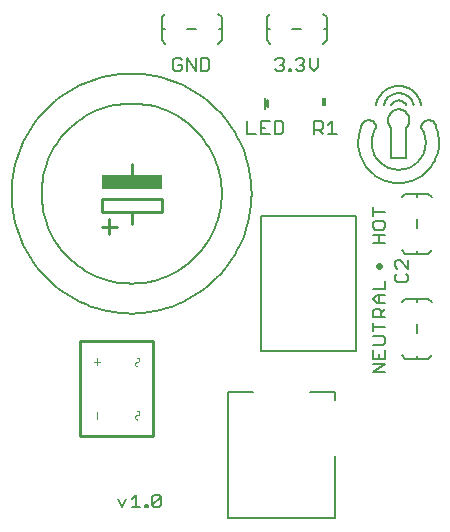
<source format=gto>
G75*
G70*
%OFA0B0*%
%FSLAX24Y24*%
%IPPOS*%
%LPD*%
%AMOC8*
5,1,8,0,0,1.08239X$1,22.5*
%
%ADD10C,0.0080*%
%ADD11C,0.0100*%
%ADD12C,0.0040*%
%ADD13C,0.0060*%
%ADD14R,0.2000X0.0500*%
%ADD15R,0.0180X0.0300*%
%ADD16C,0.0050*%
%ADD17C,0.0220*%
D10*
X003810Y002040D02*
X003670Y002320D01*
X003950Y002320D02*
X003810Y002040D01*
X004130Y002040D02*
X004411Y002040D01*
X004271Y002040D02*
X004271Y002460D01*
X004130Y002320D01*
X004591Y002110D02*
X004591Y002040D01*
X004661Y002040D01*
X004661Y002110D01*
X004591Y002110D01*
X004821Y002110D02*
X004821Y002390D01*
X004891Y002460D01*
X005031Y002460D01*
X005101Y002390D01*
X004821Y002110D01*
X004891Y002040D01*
X005031Y002040D01*
X005101Y002110D01*
X005101Y002390D01*
X007358Y001681D02*
X010902Y001681D01*
X010902Y003768D01*
X010902Y005618D02*
X010902Y005894D01*
X010075Y005894D01*
X011599Y007256D02*
X008449Y007256D01*
X008449Y011744D01*
X011599Y011744D01*
X011599Y007256D01*
X012170Y007281D02*
X012170Y007000D01*
X012590Y007000D01*
X012590Y007281D01*
X012520Y007461D02*
X012590Y007531D01*
X012590Y007671D01*
X012520Y007741D01*
X012170Y007741D01*
X012170Y007921D02*
X012170Y008201D01*
X012170Y008061D02*
X012590Y008061D01*
X012590Y008382D02*
X012170Y008382D01*
X012170Y008592D01*
X012240Y008662D01*
X012380Y008662D01*
X012450Y008592D01*
X012450Y008382D01*
X012450Y008522D02*
X012590Y008662D01*
X012590Y008842D02*
X012310Y008842D01*
X012170Y008982D01*
X012310Y009122D01*
X012590Y009122D01*
X012590Y009302D02*
X012590Y009583D01*
X012590Y009302D02*
X012170Y009302D01*
X012380Y009122D02*
X012380Y008842D01*
X012990Y009540D02*
X012920Y009610D01*
X012920Y009750D01*
X012990Y009820D01*
X012990Y010000D02*
X012920Y010070D01*
X012920Y010211D01*
X012990Y010281D01*
X013060Y010281D01*
X013340Y010000D01*
X013340Y010281D01*
X013240Y010500D02*
X013130Y010610D01*
X013240Y010500D02*
X013630Y010500D01*
X014020Y010500D01*
X014130Y010610D01*
X013630Y010600D02*
X013630Y010500D01*
X013270Y009820D02*
X013340Y009750D01*
X013340Y009610D01*
X013270Y009540D01*
X012990Y009540D01*
X013240Y009000D02*
X013130Y008890D01*
X013240Y009000D02*
X013630Y009000D01*
X014020Y009000D01*
X014130Y008890D01*
X013630Y008900D02*
X013630Y009000D01*
X013630Y008150D02*
X013630Y007850D01*
X013630Y007100D02*
X013630Y007000D01*
X014020Y007000D01*
X014130Y007110D01*
X013630Y007000D02*
X013240Y007000D01*
X013130Y007110D01*
X012590Y006820D02*
X012170Y006820D01*
X012170Y006540D02*
X012590Y006820D01*
X012380Y007000D02*
X012380Y007141D01*
X012520Y007461D02*
X012170Y007461D01*
X012170Y006540D02*
X012590Y006540D01*
X012590Y010840D02*
X012170Y010840D01*
X012380Y010840D02*
X012380Y011120D01*
X012170Y011120D02*
X012590Y011120D01*
X012520Y011300D02*
X012590Y011370D01*
X012590Y011511D01*
X012520Y011581D01*
X012240Y011581D01*
X012170Y011511D01*
X012170Y011370D01*
X012240Y011300D01*
X012520Y011300D01*
X012170Y011761D02*
X012170Y012041D01*
X012170Y011901D02*
X012590Y011901D01*
X013130Y012390D02*
X013240Y012500D01*
X013630Y012500D01*
X014020Y012500D01*
X014130Y012390D01*
X013630Y012400D02*
X013630Y012500D01*
X013630Y011650D02*
X013630Y011350D01*
X010961Y014490D02*
X010680Y014490D01*
X010821Y014490D02*
X010821Y014910D01*
X010680Y014770D01*
X010500Y014700D02*
X010430Y014630D01*
X010220Y014630D01*
X010220Y014490D02*
X010220Y014910D01*
X010430Y014910D01*
X010500Y014840D01*
X010500Y014700D01*
X010360Y014630D02*
X010500Y014490D01*
X009190Y014560D02*
X009190Y014840D01*
X009120Y014910D01*
X008910Y014910D01*
X008910Y014490D01*
X009120Y014490D01*
X009190Y014560D01*
X008729Y014490D02*
X008449Y014490D01*
X008449Y014910D01*
X008729Y014910D01*
X008589Y014700D02*
X008449Y014700D01*
X008269Y014490D02*
X007989Y014490D01*
X007989Y014910D01*
X008563Y015319D02*
X008563Y015500D01*
X008685Y015622D01*
X008685Y015374D01*
X008559Y015500D01*
X008563Y015500D02*
X008563Y015681D01*
X008990Y016590D02*
X008920Y016660D01*
X008990Y016590D02*
X009130Y016590D01*
X009200Y016660D01*
X009200Y016730D01*
X009130Y016800D01*
X009060Y016800D01*
X009130Y016800D02*
X009200Y016870D01*
X009200Y016940D01*
X009130Y017010D01*
X008990Y017010D01*
X008920Y016940D01*
X009380Y016660D02*
X009380Y016590D01*
X009450Y016590D01*
X009450Y016660D01*
X009380Y016660D01*
X009611Y016660D02*
X009681Y016590D01*
X009821Y016590D01*
X009891Y016660D01*
X009891Y016730D01*
X009821Y016800D01*
X009751Y016800D01*
X009821Y016800D02*
X009891Y016870D01*
X009891Y016940D01*
X009821Y017010D01*
X009681Y017010D01*
X009611Y016940D01*
X010071Y017010D02*
X010071Y016730D01*
X010211Y016590D01*
X010351Y016730D01*
X010351Y017010D01*
X010520Y017500D02*
X010630Y017610D01*
X010630Y018000D01*
X010630Y018390D01*
X010520Y018500D01*
X010530Y018000D02*
X010630Y018000D01*
X009780Y018000D02*
X009480Y018000D01*
X008730Y018000D02*
X008630Y018000D01*
X008630Y017610D01*
X008740Y017500D01*
X008630Y018000D02*
X008630Y018390D01*
X008740Y018500D01*
X007130Y018390D02*
X007130Y018000D01*
X007130Y017610D01*
X007020Y017500D01*
X006651Y017010D02*
X006441Y017010D01*
X006441Y016590D01*
X006651Y016590D01*
X006721Y016660D01*
X006721Y016940D01*
X006651Y017010D01*
X006261Y017010D02*
X006261Y016590D01*
X005980Y017010D01*
X005980Y016590D01*
X005800Y016660D02*
X005800Y016800D01*
X005660Y016800D01*
X005520Y016660D02*
X005590Y016590D01*
X005730Y016590D01*
X005800Y016660D01*
X005800Y016940D02*
X005730Y017010D01*
X005590Y017010D01*
X005520Y016940D01*
X005520Y016660D01*
X005240Y017500D02*
X005130Y017610D01*
X005130Y018000D01*
X005130Y018390D01*
X005240Y018500D01*
X005230Y018000D02*
X005130Y018000D01*
X005980Y018000D02*
X006280Y018000D01*
X007030Y018000D02*
X007130Y018000D01*
X007130Y018390D02*
X007020Y018500D01*
X007358Y005894D02*
X008185Y005894D01*
X007358Y005894D02*
X007358Y001681D01*
D11*
X002410Y004406D02*
X002410Y007594D01*
X004850Y007594D01*
X004850Y004406D01*
X002410Y004406D01*
X003380Y011150D02*
X003380Y011650D01*
X003130Y011400D02*
X003630Y011400D01*
X003130Y011880D02*
X003130Y012330D01*
X005130Y012330D01*
X005130Y011880D01*
X004130Y011880D01*
X003130Y011880D01*
X004130Y011880D02*
X004130Y011500D01*
X004130Y012750D02*
X004130Y013500D01*
D12*
X004319Y007034D02*
X004335Y007031D01*
X004349Y007025D01*
X004362Y007016D01*
X004373Y007004D01*
X004381Y006991D01*
X004386Y006976D01*
X004388Y006960D01*
X004386Y006944D01*
X004381Y006929D01*
X004373Y006916D01*
X004362Y006904D01*
X004349Y006895D01*
X004335Y006889D01*
X004319Y006886D01*
X004303Y006883D01*
X004289Y006877D01*
X004276Y006868D01*
X004265Y006856D01*
X004257Y006843D01*
X004252Y006828D01*
X004250Y006812D01*
X004252Y006796D01*
X004257Y006781D01*
X004265Y006768D01*
X004276Y006756D01*
X004289Y006747D01*
X004303Y006741D01*
X004319Y006738D01*
X004319Y005262D02*
X004335Y005259D01*
X004349Y005253D01*
X004362Y005244D01*
X004373Y005232D01*
X004381Y005219D01*
X004386Y005204D01*
X004388Y005188D01*
X004386Y005172D01*
X004381Y005157D01*
X004373Y005144D01*
X004362Y005132D01*
X004349Y005123D01*
X004335Y005117D01*
X004319Y005114D01*
X004303Y005111D01*
X004289Y005105D01*
X004276Y005096D01*
X004265Y005084D01*
X004257Y005071D01*
X004252Y005056D01*
X004250Y005040D01*
X004252Y005024D01*
X004257Y005009D01*
X004265Y004996D01*
X004276Y004984D01*
X004289Y004975D01*
X004303Y004969D01*
X004319Y004966D01*
X002971Y005000D02*
X002971Y005217D01*
X002971Y006787D02*
X002971Y007004D01*
X002872Y006896D02*
X003079Y006896D01*
D13*
X001130Y012500D02*
X001134Y012647D01*
X001144Y012794D01*
X001162Y012940D01*
X001188Y013085D01*
X001220Y013229D01*
X001259Y013371D01*
X001305Y013511D01*
X001358Y013648D01*
X001418Y013783D01*
X001484Y013914D01*
X001557Y014042D01*
X001636Y014167D01*
X001720Y014287D01*
X001811Y014403D01*
X001907Y014515D01*
X002009Y014621D01*
X002115Y014723D01*
X002227Y014819D01*
X002343Y014910D01*
X002463Y014994D01*
X002588Y015073D01*
X002716Y015146D01*
X002847Y015212D01*
X002982Y015272D01*
X003119Y015325D01*
X003259Y015371D01*
X003401Y015410D01*
X003545Y015442D01*
X003690Y015468D01*
X003836Y015486D01*
X003983Y015496D01*
X004130Y015500D01*
X004277Y015496D01*
X004424Y015486D01*
X004570Y015468D01*
X004715Y015442D01*
X004859Y015410D01*
X005001Y015371D01*
X005141Y015325D01*
X005278Y015272D01*
X005413Y015212D01*
X005544Y015146D01*
X005672Y015073D01*
X005797Y014994D01*
X005917Y014910D01*
X006033Y014819D01*
X006145Y014723D01*
X006251Y014621D01*
X006353Y014515D01*
X006449Y014403D01*
X006540Y014287D01*
X006624Y014167D01*
X006703Y014042D01*
X006776Y013914D01*
X006842Y013783D01*
X006902Y013648D01*
X006955Y013511D01*
X007001Y013371D01*
X007040Y013229D01*
X007072Y013085D01*
X007098Y012940D01*
X007116Y012794D01*
X007126Y012647D01*
X007130Y012500D01*
X007126Y012353D01*
X007116Y012206D01*
X007098Y012060D01*
X007072Y011915D01*
X007040Y011771D01*
X007001Y011629D01*
X006955Y011489D01*
X006902Y011352D01*
X006842Y011217D01*
X006776Y011086D01*
X006703Y010958D01*
X006624Y010833D01*
X006540Y010713D01*
X006449Y010597D01*
X006353Y010485D01*
X006251Y010379D01*
X006145Y010277D01*
X006033Y010181D01*
X005917Y010090D01*
X005797Y010006D01*
X005672Y009927D01*
X005544Y009854D01*
X005413Y009788D01*
X005278Y009728D01*
X005141Y009675D01*
X005001Y009629D01*
X004859Y009590D01*
X004715Y009558D01*
X004570Y009532D01*
X004424Y009514D01*
X004277Y009504D01*
X004130Y009500D01*
X003983Y009504D01*
X003836Y009514D01*
X003690Y009532D01*
X003545Y009558D01*
X003401Y009590D01*
X003259Y009629D01*
X003119Y009675D01*
X002982Y009728D01*
X002847Y009788D01*
X002716Y009854D01*
X002588Y009927D01*
X002463Y010006D01*
X002343Y010090D01*
X002227Y010181D01*
X002115Y010277D01*
X002009Y010379D01*
X001907Y010485D01*
X001811Y010597D01*
X001720Y010713D01*
X001636Y010833D01*
X001557Y010958D01*
X001484Y011086D01*
X001418Y011217D01*
X001358Y011352D01*
X001305Y011489D01*
X001259Y011629D01*
X001220Y011771D01*
X001188Y011915D01*
X001162Y012060D01*
X001144Y012206D01*
X001134Y012353D01*
X001130Y012500D01*
X000130Y012500D02*
X000135Y012696D01*
X000149Y012892D01*
X000173Y013087D01*
X000207Y013280D01*
X000250Y013472D01*
X000302Y013661D01*
X000364Y013848D01*
X000434Y014031D01*
X000514Y014210D01*
X000602Y014386D01*
X000699Y014556D01*
X000804Y014722D01*
X000917Y014883D01*
X001038Y015038D01*
X001166Y015186D01*
X001302Y015328D01*
X001444Y015464D01*
X001592Y015592D01*
X001747Y015713D01*
X001908Y015826D01*
X002074Y015931D01*
X002244Y016028D01*
X002420Y016116D01*
X002599Y016196D01*
X002782Y016266D01*
X002969Y016328D01*
X003158Y016380D01*
X003350Y016423D01*
X003543Y016457D01*
X003738Y016481D01*
X003934Y016495D01*
X004130Y016500D01*
X004326Y016495D01*
X004522Y016481D01*
X004717Y016457D01*
X004910Y016423D01*
X005102Y016380D01*
X005291Y016328D01*
X005478Y016266D01*
X005661Y016196D01*
X005840Y016116D01*
X006016Y016028D01*
X006186Y015931D01*
X006352Y015826D01*
X006513Y015713D01*
X006668Y015592D01*
X006816Y015464D01*
X006958Y015328D01*
X007094Y015186D01*
X007222Y015038D01*
X007343Y014883D01*
X007456Y014722D01*
X007561Y014556D01*
X007658Y014386D01*
X007746Y014210D01*
X007826Y014031D01*
X007896Y013848D01*
X007958Y013661D01*
X008010Y013472D01*
X008053Y013280D01*
X008087Y013087D01*
X008111Y012892D01*
X008125Y012696D01*
X008130Y012500D01*
X008125Y012304D01*
X008111Y012108D01*
X008087Y011913D01*
X008053Y011720D01*
X008010Y011528D01*
X007958Y011339D01*
X007896Y011152D01*
X007826Y010969D01*
X007746Y010790D01*
X007658Y010614D01*
X007561Y010444D01*
X007456Y010278D01*
X007343Y010117D01*
X007222Y009962D01*
X007094Y009814D01*
X006958Y009672D01*
X006816Y009536D01*
X006668Y009408D01*
X006513Y009287D01*
X006352Y009174D01*
X006186Y009069D01*
X006016Y008972D01*
X005840Y008884D01*
X005661Y008804D01*
X005478Y008734D01*
X005291Y008672D01*
X005102Y008620D01*
X004910Y008577D01*
X004717Y008543D01*
X004522Y008519D01*
X004326Y008505D01*
X004130Y008500D01*
X003934Y008505D01*
X003738Y008519D01*
X003543Y008543D01*
X003350Y008577D01*
X003158Y008620D01*
X002969Y008672D01*
X002782Y008734D01*
X002599Y008804D01*
X002420Y008884D01*
X002244Y008972D01*
X002074Y009069D01*
X001908Y009174D01*
X001747Y009287D01*
X001592Y009408D01*
X001444Y009536D01*
X001302Y009672D01*
X001166Y009814D01*
X001038Y009962D01*
X000917Y010117D01*
X000804Y010278D01*
X000699Y010444D01*
X000602Y010614D01*
X000514Y010790D01*
X000434Y010969D01*
X000364Y011152D01*
X000302Y011339D01*
X000250Y011528D01*
X000207Y011720D01*
X000173Y011913D01*
X000149Y012108D01*
X000135Y012304D01*
X000130Y012500D01*
D14*
X004130Y012880D03*
D15*
X010530Y015550D03*
D16*
X011780Y014700D02*
X011782Y014730D01*
X011787Y014760D01*
X011796Y014789D01*
X011809Y014816D01*
X011824Y014842D01*
X011843Y014866D01*
X011864Y014887D01*
X011888Y014906D01*
X011914Y014921D01*
X011941Y014934D01*
X011970Y014943D01*
X012000Y014948D01*
X012030Y014950D01*
X012060Y014948D01*
X012090Y014943D01*
X012119Y014934D01*
X012146Y014921D01*
X012172Y014906D01*
X012196Y014887D01*
X012217Y014866D01*
X012236Y014842D01*
X012251Y014816D01*
X012264Y014789D01*
X012273Y014760D01*
X012278Y014730D01*
X012280Y014700D01*
X012780Y014700D02*
X012780Y013700D01*
X013280Y013700D01*
X013280Y014700D01*
X013305Y014727D01*
X013326Y014756D01*
X013344Y014787D01*
X013359Y014820D01*
X013371Y014854D01*
X013379Y014890D01*
X013383Y014926D01*
X013384Y014962D01*
X013381Y014998D01*
X013374Y015034D01*
X013364Y015069D01*
X013350Y015102D01*
X013332Y015134D01*
X013312Y015164D01*
X013289Y015192D01*
X013263Y015217D01*
X013234Y015239D01*
X013203Y015259D01*
X013171Y015275D01*
X013137Y015287D01*
X013102Y015297D01*
X013066Y015302D01*
X013030Y015304D01*
X012994Y015302D01*
X012958Y015297D01*
X012923Y015287D01*
X012889Y015275D01*
X012857Y015259D01*
X012826Y015239D01*
X012797Y015217D01*
X012771Y015192D01*
X012748Y015164D01*
X012728Y015134D01*
X012710Y015102D01*
X012696Y015069D01*
X012686Y015034D01*
X012679Y014998D01*
X012676Y014962D01*
X012677Y014926D01*
X012681Y014890D01*
X012689Y014854D01*
X012701Y014820D01*
X012716Y014787D01*
X012734Y014756D01*
X012755Y014727D01*
X012780Y014700D01*
X011780Y014700D02*
X011755Y014632D01*
X011734Y014564D01*
X011716Y014494D01*
X011703Y014423D01*
X011693Y014352D01*
X011686Y014280D01*
X011684Y014208D01*
X011685Y014137D01*
X011691Y014065D01*
X011700Y013993D01*
X011713Y013923D01*
X011730Y013853D01*
X011750Y013784D01*
X011774Y013716D01*
X011802Y013649D01*
X011833Y013585D01*
X011868Y013522D01*
X011905Y013460D01*
X011947Y013401D01*
X011991Y013345D01*
X012038Y013290D01*
X012088Y013239D01*
X012141Y013190D01*
X012196Y013144D01*
X012254Y013100D01*
X012314Y013061D01*
X012375Y013024D01*
X012439Y012991D01*
X012505Y012961D01*
X012572Y012934D01*
X012640Y012912D01*
X012709Y012893D01*
X012780Y012877D01*
X012851Y012866D01*
X012922Y012858D01*
X012994Y012854D01*
X013066Y012854D01*
X013138Y012858D01*
X013209Y012866D01*
X013280Y012877D01*
X013351Y012893D01*
X013420Y012912D01*
X013488Y012934D01*
X013555Y012961D01*
X013621Y012991D01*
X013685Y013024D01*
X013746Y013061D01*
X013806Y013100D01*
X013864Y013144D01*
X013919Y013190D01*
X013972Y013239D01*
X014022Y013290D01*
X014069Y013345D01*
X014113Y013401D01*
X014155Y013460D01*
X014192Y013522D01*
X014227Y013585D01*
X014258Y013649D01*
X014286Y013716D01*
X014310Y013784D01*
X014330Y013853D01*
X014347Y013923D01*
X014360Y013993D01*
X014369Y014065D01*
X014375Y014137D01*
X014376Y014208D01*
X014374Y014280D01*
X014367Y014352D01*
X014357Y014423D01*
X014344Y014494D01*
X014326Y014564D01*
X014305Y014632D01*
X014280Y014700D01*
X014278Y014730D01*
X014273Y014760D01*
X014264Y014789D01*
X014251Y014816D01*
X014236Y014842D01*
X014217Y014866D01*
X014196Y014887D01*
X014172Y014906D01*
X014146Y014921D01*
X014119Y014934D01*
X014090Y014943D01*
X014060Y014948D01*
X014030Y014950D01*
X014000Y014948D01*
X013970Y014943D01*
X013941Y014934D01*
X013914Y014921D01*
X013888Y014906D01*
X013864Y014887D01*
X013843Y014866D01*
X013824Y014842D01*
X013809Y014816D01*
X013796Y014789D01*
X013787Y014760D01*
X013782Y014730D01*
X013780Y014700D01*
X013811Y014650D01*
X013838Y014598D01*
X013863Y014544D01*
X013883Y014489D01*
X013901Y014432D01*
X013914Y014375D01*
X013923Y014317D01*
X013929Y014258D01*
X013931Y014199D01*
X013929Y014140D01*
X013923Y014082D01*
X013914Y014024D01*
X013900Y013966D01*
X013883Y013910D01*
X013862Y013855D01*
X013838Y013801D01*
X013810Y013749D01*
X013779Y013699D01*
X013745Y013651D01*
X013707Y013606D01*
X013667Y013563D01*
X013624Y013522D01*
X013578Y013485D01*
X013530Y013451D01*
X013480Y013420D01*
X013428Y013392D01*
X013375Y013368D01*
X013319Y013347D01*
X013263Y013330D01*
X013206Y013316D01*
X013148Y013307D01*
X013089Y013301D01*
X013030Y013299D01*
X012971Y013301D01*
X012912Y013307D01*
X012854Y013316D01*
X012797Y013330D01*
X012741Y013347D01*
X012685Y013368D01*
X012632Y013392D01*
X012580Y013420D01*
X012530Y013451D01*
X012482Y013485D01*
X012436Y013522D01*
X012393Y013563D01*
X012353Y013606D01*
X012315Y013651D01*
X012281Y013699D01*
X012250Y013749D01*
X012222Y013801D01*
X012198Y013855D01*
X012177Y013910D01*
X012160Y013966D01*
X012146Y014024D01*
X012137Y014082D01*
X012131Y014140D01*
X012129Y014199D01*
X012131Y014258D01*
X012137Y014317D01*
X012146Y014375D01*
X012159Y014432D01*
X012177Y014489D01*
X012197Y014544D01*
X012222Y014598D01*
X012249Y014650D01*
X012280Y014700D01*
X012530Y015450D02*
X012543Y015492D01*
X012559Y015533D01*
X012578Y015573D01*
X012601Y015610D01*
X012627Y015646D01*
X012656Y015679D01*
X012688Y015710D01*
X012722Y015738D01*
X012758Y015762D01*
X012797Y015784D01*
X012837Y015802D01*
X012878Y015817D01*
X012921Y015828D01*
X012964Y015836D01*
X013008Y015840D01*
X013052Y015840D01*
X013096Y015836D01*
X013139Y015828D01*
X013182Y015817D01*
X013223Y015802D01*
X013263Y015784D01*
X013302Y015762D01*
X013338Y015738D01*
X013372Y015710D01*
X013404Y015679D01*
X013433Y015646D01*
X013459Y015610D01*
X013482Y015573D01*
X013501Y015533D01*
X013517Y015492D01*
X013530Y015450D01*
X013780Y015450D02*
X013769Y015504D01*
X013754Y015556D01*
X013735Y015608D01*
X013713Y015658D01*
X013687Y015706D01*
X013658Y015753D01*
X013626Y015797D01*
X013590Y015838D01*
X013552Y015878D01*
X013511Y015914D01*
X013467Y015947D01*
X013421Y015977D01*
X013373Y016003D01*
X013323Y016026D01*
X013272Y016045D01*
X013220Y016061D01*
X013166Y016073D01*
X013112Y016081D01*
X013057Y016085D01*
X013003Y016085D01*
X012948Y016081D01*
X012894Y016073D01*
X012840Y016061D01*
X012788Y016045D01*
X012737Y016026D01*
X012687Y016003D01*
X012639Y015977D01*
X012593Y015947D01*
X012549Y015914D01*
X012508Y015878D01*
X012470Y015838D01*
X012434Y015797D01*
X012402Y015753D01*
X012373Y015706D01*
X012347Y015658D01*
X012325Y015608D01*
X012306Y015556D01*
X012291Y015504D01*
X012280Y015450D01*
X012780Y015450D02*
X012796Y015478D01*
X012815Y015505D01*
X012838Y015528D01*
X012863Y015549D01*
X012890Y015567D01*
X012919Y015582D01*
X012950Y015593D01*
X012981Y015601D01*
X013014Y015605D01*
X013046Y015605D01*
X013079Y015601D01*
X013110Y015593D01*
X013141Y015582D01*
X013170Y015567D01*
X013197Y015549D01*
X013222Y015528D01*
X013245Y015505D01*
X013264Y015478D01*
X013280Y015450D01*
D17*
X012392Y010100D02*
X012368Y010100D01*
M02*

</source>
